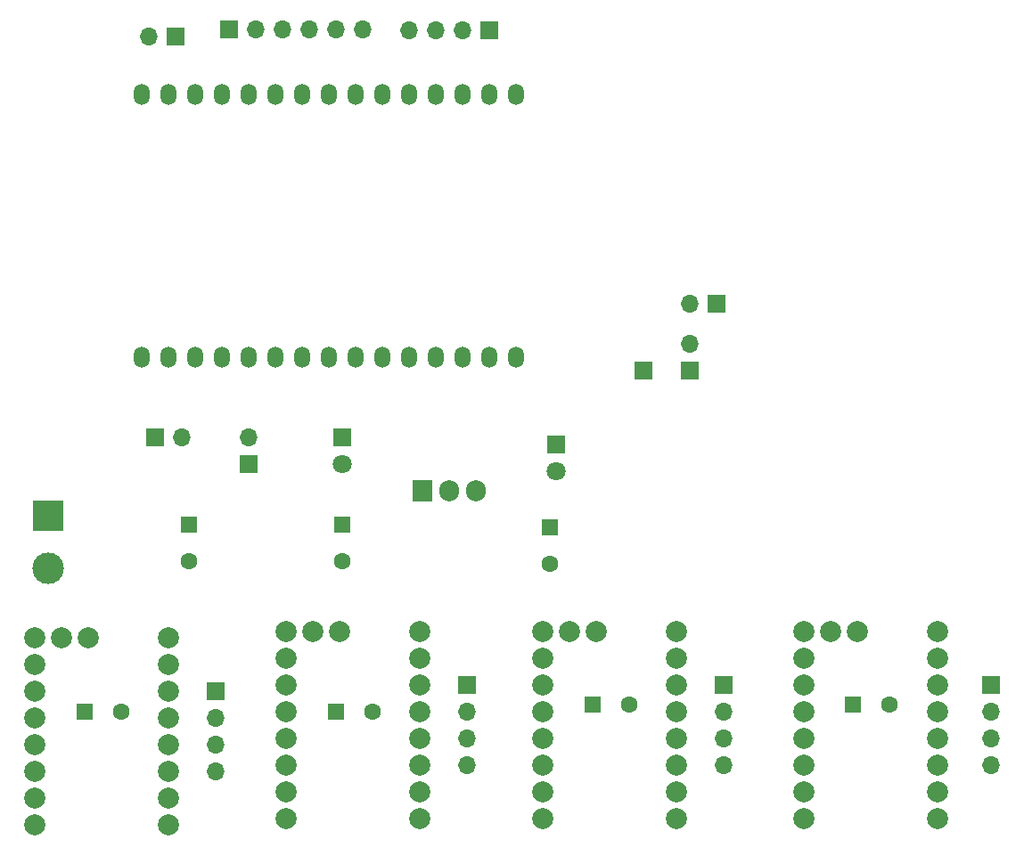
<source format=gbr>
%TF.GenerationSoftware,KiCad,Pcbnew,6.0.0-d3dd2cf0fa~116~ubuntu20.04.1*%
%TF.CreationDate,2022-01-03T11:45:49-03:00*%
%TF.ProjectId,CNC,434e432e-6b69-4636-9164-5f7063625858,1*%
%TF.SameCoordinates,Original*%
%TF.FileFunction,Soldermask,Bot*%
%TF.FilePolarity,Negative*%
%FSLAX46Y46*%
G04 Gerber Fmt 4.6, Leading zero omitted, Abs format (unit mm)*
G04 Created by KiCad (PCBNEW 6.0.0-d3dd2cf0fa~116~ubuntu20.04.1) date 2022-01-03 11:45:49*
%MOMM*%
%LPD*%
G01*
G04 APERTURE LIST*
%ADD10O,1.500000X2.000000*%
%ADD11R,1.600000X1.600000*%
%ADD12C,1.600000*%
%ADD13R,1.905000X2.000000*%
%ADD14O,1.905000X2.000000*%
%ADD15R,1.800000X1.800000*%
%ADD16C,1.800000*%
%ADD17C,2.000000*%
%ADD18R,1.700000X1.700000*%
%ADD19O,1.700000X1.700000*%
%ADD20R,3.000000X3.000000*%
%ADD21C,3.000000*%
G04 APERTURE END LIST*
D10*
%TO.C,U2*%
X115505480Y-91262865D03*
X118045480Y-91262865D03*
X120585480Y-91262865D03*
X123125480Y-91262865D03*
X125665480Y-91262865D03*
X128205480Y-91262865D03*
X130745480Y-91262865D03*
X133285480Y-91262865D03*
X135825480Y-91262865D03*
X138365480Y-91262865D03*
X140905480Y-91262865D03*
X143445480Y-91262865D03*
X145985480Y-91262865D03*
X148525480Y-91262865D03*
X151065480Y-91262865D03*
X151065480Y-66262865D03*
X148525480Y-66262865D03*
X145985480Y-66262865D03*
X143445480Y-66262865D03*
X140905480Y-66262865D03*
X138365480Y-66262865D03*
X135825480Y-66262865D03*
X133285480Y-66262865D03*
X130745480Y-66262865D03*
X128205480Y-66262865D03*
X125665480Y-66262865D03*
X123125480Y-66262865D03*
X120585480Y-66262865D03*
X118045480Y-66262865D03*
X115505480Y-66262865D03*
%TD*%
D11*
%TO.C,C11*%
X158302829Y-124272865D03*
D12*
X161802829Y-124272865D03*
%TD*%
D13*
%TO.C,U1*%
X142175480Y-103962865D03*
D14*
X144715480Y-103962865D03*
X147255480Y-103962865D03*
%TD*%
D15*
%TO.C,D2*%
X154875480Y-99517865D03*
D16*
X154875480Y-102057865D03*
%TD*%
D11*
%TO.C,C3*%
X154240480Y-107390214D03*
D12*
X154240480Y-110890214D03*
%TD*%
D17*
%TO.C,U4*%
X178370480Y-117287865D03*
X178370480Y-119827865D03*
X178370480Y-122367865D03*
X178370480Y-124907865D03*
X178370480Y-127447865D03*
X178370480Y-129987865D03*
X178370480Y-132527865D03*
X178370480Y-135067865D03*
X191070480Y-135067865D03*
X191070480Y-132527865D03*
X191070480Y-129987865D03*
X191070480Y-127447865D03*
X191070480Y-124907865D03*
X191070480Y-122367865D03*
X191070480Y-119827865D03*
X191070480Y-117287865D03*
X183450480Y-117287865D03*
X180910480Y-117287865D03*
%TD*%
D15*
%TO.C,D1*%
X134555480Y-98882865D03*
D16*
X134555480Y-101422865D03*
%TD*%
D18*
%TO.C,JP2*%
X167575480Y-92537865D03*
D19*
X167575480Y-89997865D03*
%TD*%
D18*
%TO.C,MOT_Y1*%
X170750480Y-122377865D03*
D19*
X170750480Y-124917865D03*
X170750480Y-127457865D03*
X170750480Y-129997865D03*
%TD*%
D18*
%TO.C,MOT_Z1*%
X146368131Y-122387865D03*
D19*
X146368131Y-124927865D03*
X146368131Y-127467865D03*
X146368131Y-130007865D03*
%TD*%
D18*
%TO.C,J5*%
X118680480Y-60782865D03*
D19*
X116140480Y-60782865D03*
%TD*%
D17*
%TO.C,U6*%
X153605480Y-117287865D03*
X153605480Y-119827865D03*
X153605480Y-122367865D03*
X153605480Y-124907865D03*
X153605480Y-127447865D03*
X153605480Y-129987865D03*
X153605480Y-132527865D03*
X153605480Y-135067865D03*
X166305480Y-135067865D03*
X166305480Y-132527865D03*
X166305480Y-129987865D03*
X166305480Y-127447865D03*
X166305480Y-124907865D03*
X166305480Y-122367865D03*
X166305480Y-119827865D03*
X166305480Y-117287865D03*
X158685480Y-117287865D03*
X156145480Y-117287865D03*
%TD*%
D18*
%TO.C,J3*%
X123760480Y-60077865D03*
D19*
X126300480Y-60077865D03*
X128840480Y-60077865D03*
X131380480Y-60077865D03*
X133920480Y-60077865D03*
X136460480Y-60077865D03*
%TD*%
D18*
%TO.C,JP4*%
X125665480Y-101422865D03*
D19*
X125665480Y-98882865D03*
%TD*%
D20*
%TO.C,J1*%
X106615480Y-106330516D03*
D21*
X106615480Y-111330516D03*
%TD*%
D18*
%TO.C,MOT_A1*%
X122490480Y-123012865D03*
D19*
X122490480Y-125552865D03*
X122490480Y-128092865D03*
X122490480Y-130632865D03*
%TD*%
D11*
%TO.C,C2*%
X134555480Y-107137865D03*
D12*
X134555480Y-110637865D03*
%TD*%
D18*
%TO.C,J2*%
X163130480Y-92532865D03*
%TD*%
%TO.C,J6*%
X148525480Y-60147865D03*
D19*
X145985480Y-60147865D03*
X143445480Y-60147865D03*
X140905480Y-60147865D03*
%TD*%
D11*
%TO.C,C1*%
X119950480Y-107137865D03*
D12*
X119950480Y-110637865D03*
%TD*%
D17*
%TO.C,U5*%
X105345480Y-117922865D03*
X105345480Y-120462865D03*
X105345480Y-123002865D03*
X105345480Y-125542865D03*
X105345480Y-128082865D03*
X105345480Y-130622865D03*
X105345480Y-133162865D03*
X105345480Y-135702865D03*
X118045480Y-135702865D03*
X118045480Y-133162865D03*
X118045480Y-130622865D03*
X118045480Y-128082865D03*
X118045480Y-125542865D03*
X118045480Y-123002865D03*
X118045480Y-120462865D03*
X118045480Y-117922865D03*
X110425480Y-117922865D03*
X107885480Y-117922865D03*
%TD*%
D11*
%TO.C,C6*%
X183067829Y-124272865D03*
D12*
X186567829Y-124272865D03*
%TD*%
D17*
%TO.C,U3*%
X129223131Y-117297865D03*
X129223131Y-119837865D03*
X129223131Y-122377865D03*
X129223131Y-124917865D03*
X129223131Y-127457865D03*
X129223131Y-129997865D03*
X129223131Y-132537865D03*
X129223131Y-135077865D03*
X141923131Y-135077865D03*
X141923131Y-132537865D03*
X141923131Y-129997865D03*
X141923131Y-127457865D03*
X141923131Y-124917865D03*
X141923131Y-122377865D03*
X141923131Y-119837865D03*
X141923131Y-117297865D03*
X134303131Y-117297865D03*
X131763131Y-117297865D03*
%TD*%
D11*
%TO.C,C4*%
X133920480Y-124917865D03*
D12*
X137420480Y-124917865D03*
%TD*%
D11*
%TO.C,C10*%
X110042829Y-124907865D03*
D12*
X113542829Y-124907865D03*
%TD*%
D18*
%TO.C,JP1*%
X170115480Y-86182865D03*
D19*
X167575480Y-86182865D03*
%TD*%
D18*
%TO.C,MOT_X1*%
X196150480Y-122377865D03*
D19*
X196150480Y-124917865D03*
X196150480Y-127457865D03*
X196150480Y-129997865D03*
%TD*%
D18*
%TO.C,JP3*%
X116775480Y-98882865D03*
D19*
X119315480Y-98882865D03*
%TD*%
M02*

</source>
